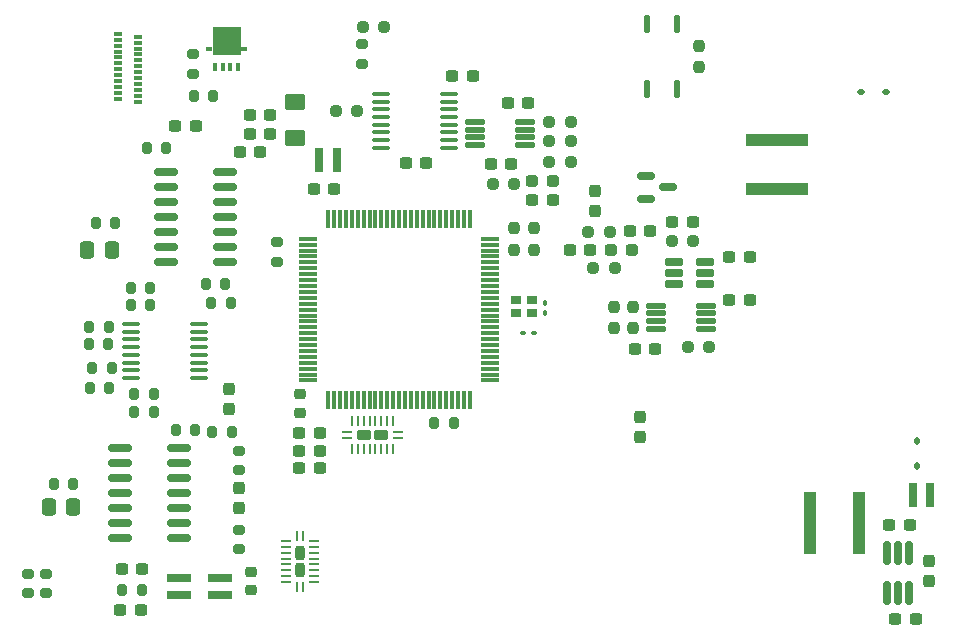
<source format=gbr>
%TF.GenerationSoftware,KiCad,Pcbnew,9.0.0*%
%TF.CreationDate,2025-04-10T22:59:03-04:00*%
%TF.ProjectId,USBLabTool,5553424c-6162-4546-9f6f-6c2e6b696361,2*%
%TF.SameCoordinates,Original*%
%TF.FileFunction,Paste,Top*%
%TF.FilePolarity,Positive*%
%FSLAX46Y46*%
G04 Gerber Fmt 4.6, Leading zero omitted, Abs format (unit mm)*
G04 Created by KiCad (PCBNEW 9.0.0) date 2025-04-10 22:59:03*
%MOMM*%
%LPD*%
G01*
G04 APERTURE LIST*
G04 Aperture macros list*
%AMRoundRect*
0 Rectangle with rounded corners*
0 $1 Rounding radius*
0 $2 $3 $4 $5 $6 $7 $8 $9 X,Y pos of 4 corners*
0 Add a 4 corners polygon primitive as box body*
4,1,4,$2,$3,$4,$5,$6,$7,$8,$9,$2,$3,0*
0 Add four circle primitives for the rounded corners*
1,1,$1+$1,$2,$3*
1,1,$1+$1,$4,$5*
1,1,$1+$1,$6,$7*
1,1,$1+$1,$8,$9*
0 Add four rect primitives between the rounded corners*
20,1,$1+$1,$2,$3,$4,$5,0*
20,1,$1+$1,$4,$5,$6,$7,0*
20,1,$1+$1,$6,$7,$8,$9,0*
20,1,$1+$1,$8,$9,$2,$3,0*%
G04 Aperture macros list end*
%ADD10RoundRect,0.200000X-0.200000X-0.275000X0.200000X-0.275000X0.200000X0.275000X-0.200000X0.275000X0*%
%ADD11RoundRect,0.250000X0.337500X0.475000X-0.337500X0.475000X-0.337500X-0.475000X0.337500X-0.475000X0*%
%ADD12RoundRect,0.237500X-0.250000X-0.237500X0.250000X-0.237500X0.250000X0.237500X-0.250000X0.237500X0*%
%ADD13RoundRect,0.075000X0.725000X0.075000X-0.725000X0.075000X-0.725000X-0.075000X0.725000X-0.075000X0*%
%ADD14RoundRect,0.075000X0.075000X0.725000X-0.075000X0.725000X-0.075000X-0.725000X0.075000X-0.725000X0*%
%ADD15RoundRect,0.237500X0.300000X0.237500X-0.300000X0.237500X-0.300000X-0.237500X0.300000X-0.237500X0*%
%ADD16RoundRect,0.150000X-0.825000X-0.150000X0.825000X-0.150000X0.825000X0.150000X-0.825000X0.150000X0*%
%ADD17RoundRect,0.100000X-0.637500X-0.100000X0.637500X-0.100000X0.637500X0.100000X-0.637500X0.100000X0*%
%ADD18RoundRect,0.237500X-0.237500X0.250000X-0.237500X-0.250000X0.237500X-0.250000X0.237500X0.250000X0*%
%ADD19RoundRect,0.237500X-0.300000X-0.237500X0.300000X-0.237500X0.300000X0.237500X-0.300000X0.237500X0*%
%ADD20R,5.207000X1.066800*%
%ADD21RoundRect,0.137500X-0.137500X0.587500X-0.137500X-0.587500X0.137500X-0.587500X0.137500X0.587500X0*%
%ADD22RoundRect,0.200000X0.200000X0.275000X-0.200000X0.275000X-0.200000X-0.275000X0.200000X-0.275000X0*%
%ADD23RoundRect,0.237500X-0.237500X0.300000X-0.237500X-0.300000X0.237500X-0.300000X0.237500X0.300000X0*%
%ADD24RoundRect,0.237500X0.250000X0.237500X-0.250000X0.237500X-0.250000X-0.237500X0.250000X-0.237500X0*%
%ADD25RoundRect,0.200000X0.275000X-0.200000X0.275000X0.200000X-0.275000X0.200000X-0.275000X-0.200000X0*%
%ADD26RoundRect,0.150000X-0.587500X-0.150000X0.587500X-0.150000X0.587500X0.150000X-0.587500X0.150000X0*%
%ADD27R,0.838200X0.762000*%
%ADD28RoundRect,0.112500X0.187500X0.112500X-0.187500X0.112500X-0.187500X-0.112500X0.187500X-0.112500X0*%
%ADD29RoundRect,0.125000X-0.687500X-0.125000X0.687500X-0.125000X0.687500X0.125000X-0.687500X0.125000X0*%
%ADD30RoundRect,0.202500X0.202500X0.402500X-0.202500X0.402500X-0.202500X-0.402500X0.202500X-0.402500X0*%
%ADD31RoundRect,0.062500X0.062500X0.350000X-0.062500X0.350000X-0.062500X-0.350000X0.062500X-0.350000X0*%
%ADD32RoundRect,0.062500X0.350000X0.062500X-0.350000X0.062500X-0.350000X-0.062500X0.350000X-0.062500X0*%
%ADD33RoundRect,0.090000X-0.139000X-0.090000X0.139000X-0.090000X0.139000X0.090000X-0.139000X0.090000X0*%
%ADD34R,0.698500X2.006600*%
%ADD35RoundRect,0.112500X0.112500X-0.187500X0.112500X0.187500X-0.112500X0.187500X-0.112500X-0.187500X0*%
%ADD36RoundRect,0.237500X-0.287500X-0.237500X0.287500X-0.237500X0.287500X0.237500X-0.287500X0.237500X0*%
%ADD37RoundRect,0.200000X-0.275000X0.200000X-0.275000X-0.200000X0.275000X-0.200000X0.275000X0.200000X0*%
%ADD38RoundRect,0.162500X0.162500X-0.837500X0.162500X0.837500X-0.162500X0.837500X-0.162500X-0.837500X0*%
%ADD39RoundRect,0.090000X0.090000X-0.139000X0.090000X0.139000X-0.090000X0.139000X-0.090000X-0.139000X0*%
%ADD40RoundRect,0.237500X0.237500X-0.300000X0.237500X0.300000X-0.237500X0.300000X-0.237500X-0.300000X0*%
%ADD41RoundRect,0.225000X-0.250000X0.225000X-0.250000X-0.225000X0.250000X-0.225000X0.250000X0.225000X0*%
%ADD42R,1.066800X5.207000*%
%ADD43R,2.006600X0.698500*%
%ADD44RoundRect,0.162500X-0.617500X-0.162500X0.617500X-0.162500X0.617500X0.162500X-0.617500X0.162500X0*%
%ADD45RoundRect,0.202500X0.402500X-0.202500X0.402500X0.202500X-0.402500X0.202500X-0.402500X-0.202500X0*%
%ADD46RoundRect,0.062500X0.350000X-0.062500X0.350000X0.062500X-0.350000X0.062500X-0.350000X-0.062500X0*%
%ADD47RoundRect,0.062500X0.062500X-0.350000X0.062500X0.350000X-0.062500X0.350000X-0.062500X-0.350000X0*%
%ADD48RoundRect,0.125000X0.687500X0.125000X-0.687500X0.125000X-0.687500X-0.125000X0.687500X-0.125000X0*%
%ADD49RoundRect,0.237500X0.237500X-0.250000X0.237500X0.250000X-0.237500X0.250000X-0.237500X-0.250000X0*%
%ADD50RoundRect,0.237500X0.287500X0.237500X-0.287500X0.237500X-0.287500X-0.237500X0.287500X-0.237500X0*%
%ADD51R,0.400000X0.750000*%
%ADD52R,2.450000X2.400000*%
%ADD53R,0.530000X0.400000*%
%ADD54RoundRect,0.250001X0.624999X-0.462499X0.624999X0.462499X-0.624999X0.462499X-0.624999X-0.462499X0*%
%ADD55R,0.700000X0.300000*%
G04 APERTURE END LIST*
D10*
%TO.C,R45*%
X120181000Y-89434000D03*
X121831000Y-89434000D03*
%TD*%
D11*
%TO.C,C30*%
X118543500Y-86244000D03*
X116468500Y-86244000D03*
%TD*%
D12*
%TO.C,R31*%
X165963501Y-85444000D03*
X167788501Y-85444000D03*
%TD*%
D13*
%TO.C,U12*%
X150556000Y-97294000D03*
X150556000Y-96794000D03*
X150556000Y-96294000D03*
X150556000Y-95794000D03*
X150556000Y-95294000D03*
X150556000Y-94794000D03*
X150556000Y-94294000D03*
X150556000Y-93794000D03*
X150556000Y-93294000D03*
X150556000Y-92794000D03*
X150556000Y-92294000D03*
X150556000Y-91794000D03*
X150556000Y-91294000D03*
X150556000Y-90794000D03*
X150556000Y-90294000D03*
X150556000Y-89794000D03*
X150556000Y-89294000D03*
X150556000Y-88794000D03*
X150556000Y-88294000D03*
X150556000Y-87794000D03*
X150556000Y-87294000D03*
X150556000Y-86794000D03*
X150556000Y-86294000D03*
X150556000Y-85794000D03*
X150556000Y-85294000D03*
D14*
X148881000Y-83619000D03*
X148381000Y-83619000D03*
X147881000Y-83619000D03*
X147381000Y-83619000D03*
X146881000Y-83619000D03*
X146381000Y-83619000D03*
X145881000Y-83619000D03*
X145381000Y-83619000D03*
X144881000Y-83619000D03*
X144381000Y-83619000D03*
X143881000Y-83619000D03*
X143381000Y-83619000D03*
X142881000Y-83619000D03*
X142381000Y-83619000D03*
X141881000Y-83619000D03*
X141381000Y-83619000D03*
X140881000Y-83619000D03*
X140381000Y-83619000D03*
X139881000Y-83619000D03*
X139381000Y-83619000D03*
X138881000Y-83619000D03*
X138381000Y-83619000D03*
X137881000Y-83619000D03*
X137381000Y-83619000D03*
X136881000Y-83619000D03*
D13*
X135206000Y-85294000D03*
X135206000Y-85794000D03*
X135206000Y-86294000D03*
X135206000Y-86794000D03*
X135206000Y-87294000D03*
X135206000Y-87794000D03*
X135206000Y-88294000D03*
X135206000Y-88794000D03*
X135206000Y-89294000D03*
X135206000Y-89794000D03*
X135206000Y-90294000D03*
X135206000Y-90794000D03*
X135206000Y-91294000D03*
X135206000Y-91794000D03*
X135206000Y-92294000D03*
X135206000Y-92794000D03*
X135206000Y-93294000D03*
X135206000Y-93794000D03*
X135206000Y-94294000D03*
X135206000Y-94794000D03*
X135206000Y-95294000D03*
X135206000Y-95794000D03*
X135206000Y-96294000D03*
X135206000Y-96794000D03*
X135206000Y-97294000D03*
D14*
X136881000Y-98969000D03*
X137381000Y-98969000D03*
X137881000Y-98969000D03*
X138381000Y-98969000D03*
X138881000Y-98969000D03*
X139381000Y-98969000D03*
X139881000Y-98969000D03*
X140381000Y-98969000D03*
X140881000Y-98969000D03*
X141381000Y-98969000D03*
X141881000Y-98969000D03*
X142381000Y-98969000D03*
X142881000Y-98969000D03*
X143381000Y-98969000D03*
X143881000Y-98969000D03*
X144381000Y-98969000D03*
X144881000Y-98969000D03*
X145381000Y-98969000D03*
X145881000Y-98969000D03*
X146381000Y-98969000D03*
X146881000Y-98969000D03*
X147381000Y-98969000D03*
X147881000Y-98969000D03*
X148381000Y-98969000D03*
X148881000Y-98969000D03*
%TD*%
D15*
%TO.C,C18*%
X153788500Y-73786500D03*
X152063500Y-73786500D03*
%TD*%
D16*
%TO.C,U9*%
X119275000Y-102975000D03*
X119275000Y-104245000D03*
X119275000Y-105515000D03*
X119275000Y-106785000D03*
X119275000Y-108055000D03*
X119275000Y-109325000D03*
X119275000Y-110595000D03*
X124225000Y-110595000D03*
X124225000Y-109325000D03*
X124225000Y-108055000D03*
X124225000Y-106785000D03*
X124225000Y-105515000D03*
X124225000Y-104245000D03*
X124225000Y-102975000D03*
%TD*%
D17*
%TO.C,U5*%
X141381000Y-73044000D03*
X141381000Y-73694000D03*
X141381000Y-74344000D03*
X141381000Y-74994000D03*
X141381000Y-75644000D03*
X141381000Y-76294000D03*
X141381000Y-76944000D03*
X141381000Y-77594000D03*
X147106000Y-77594000D03*
X147106000Y-76944000D03*
X147106000Y-76294000D03*
X147106000Y-75644000D03*
X147106000Y-74994000D03*
X147106000Y-74344000D03*
X147106000Y-73694000D03*
X147106000Y-73044000D03*
%TD*%
D10*
%TO.C,R48*%
X127081000Y-101644000D03*
X128731000Y-101644000D03*
%TD*%
D12*
%TO.C,R27*%
X155593500Y-77044000D03*
X157418500Y-77044000D03*
%TD*%
D10*
%TO.C,R47*%
X123981000Y-101454000D03*
X125631000Y-101454000D03*
%TD*%
D15*
%TO.C,C15*%
X164568500Y-94644000D03*
X162843500Y-94644000D03*
%TD*%
D18*
%TO.C,R28*%
X162706000Y-91044000D03*
X162706000Y-92869000D03*
%TD*%
D19*
%TO.C,C66*%
X184887500Y-117500000D03*
X186612500Y-117500000D03*
%TD*%
D20*
%TO.C,GD2*%
X174906000Y-76973900D03*
X174906000Y-81114100D03*
%TD*%
D21*
%TO.C,U2*%
X166376000Y-67094000D03*
X163836000Y-67094000D03*
X163836000Y-72594000D03*
X166376000Y-72594000D03*
%TD*%
D22*
%TO.C,R53*%
X147506000Y-100869000D03*
X145856000Y-100869000D03*
%TD*%
%TO.C,R62*%
X121075000Y-115000000D03*
X119425000Y-115000000D03*
%TD*%
D17*
%TO.C,U11*%
X120208500Y-92521500D03*
X120208500Y-93171500D03*
X120208500Y-93821500D03*
X120208500Y-94471500D03*
X120208500Y-95121500D03*
X120208500Y-95771500D03*
X120208500Y-96421500D03*
X120208500Y-97071500D03*
X125933500Y-97071500D03*
X125933500Y-96421500D03*
X125933500Y-95771500D03*
X125933500Y-95121500D03*
X125933500Y-94471500D03*
X125933500Y-93821500D03*
X125933500Y-93171500D03*
X125933500Y-92521500D03*
%TD*%
D23*
%TO.C,C48*%
X129306000Y-106381500D03*
X129306000Y-108106500D03*
%TD*%
D24*
%TO.C,R29*%
X157438500Y-78786500D03*
X155613500Y-78786500D03*
%TD*%
D19*
%TO.C,C41*%
X119387500Y-113250000D03*
X121112500Y-113250000D03*
%TD*%
D25*
%TO.C,R51*%
X129306000Y-104894000D03*
X129306000Y-103244000D03*
%TD*%
D18*
%TO.C,R54*%
X154306000Y-84419000D03*
X154306000Y-86244000D03*
%TD*%
D10*
%TO.C,R46*%
X120181000Y-90934000D03*
X121831000Y-90934000D03*
%TD*%
D18*
%TO.C,R25*%
X161106000Y-91044000D03*
X161106000Y-92869000D03*
%TD*%
D26*
%TO.C,D3*%
X163750000Y-80000000D03*
X163750000Y-81900000D03*
X165625000Y-80950000D03*
%TD*%
D12*
%TO.C,R24*%
X150793500Y-80644000D03*
X152618500Y-80644000D03*
%TD*%
D10*
%TO.C,R33*%
X113656000Y-106069000D03*
X115306000Y-106069000D03*
%TD*%
D27*
%TO.C,Y2*%
X152750000Y-91550000D03*
X154100000Y-91550000D03*
X154100000Y-90500000D03*
X152750000Y-90500000D03*
%TD*%
D19*
%TO.C,C60*%
X135643500Y-81044000D03*
X137368500Y-81044000D03*
%TD*%
D12*
%TO.C,R12*%
X137500000Y-74500000D03*
X139325000Y-74500000D03*
%TD*%
D10*
%TO.C,R42*%
X116600000Y-94244000D03*
X118250000Y-94244000D03*
%TD*%
D28*
%TO.C,D2*%
X184075000Y-72900000D03*
X181975000Y-72900000D03*
%TD*%
D29*
%TO.C,U6*%
X149351000Y-75411500D03*
X149351000Y-76061500D03*
X149351000Y-76711500D03*
X149351000Y-77361500D03*
X153576000Y-77361500D03*
X153576000Y-76711500D03*
X153576000Y-76061500D03*
X153576000Y-75411500D03*
%TD*%
D30*
%TO.C,U18*%
X134493500Y-113369000D03*
X134493500Y-111869000D03*
D31*
X134743500Y-114806500D03*
D32*
X135681000Y-114369000D03*
X135681000Y-113869000D03*
X135681000Y-113369000D03*
X135681000Y-112869000D03*
X135681000Y-112369000D03*
X135681000Y-111869000D03*
X135681000Y-111369000D03*
X135681000Y-110869000D03*
D31*
X134743500Y-110431500D03*
X134243500Y-110431500D03*
D32*
X133306000Y-110869000D03*
X133306000Y-111369000D03*
X133306000Y-111869000D03*
X133306000Y-112369000D03*
X133306000Y-112869000D03*
X133306000Y-113369000D03*
X133306000Y-113869000D03*
X133306000Y-114369000D03*
D31*
X134243500Y-114806500D03*
%TD*%
D15*
%TO.C,C23*%
X164168500Y-84644000D03*
X162443500Y-84644000D03*
%TD*%
D33*
%TO.C,C33*%
X153410000Y-93250000D03*
X154275000Y-93250000D03*
%TD*%
D34*
%TO.C,L5*%
X136144750Y-78650000D03*
X137605250Y-78650000D03*
%TD*%
D35*
%TO.C,D1*%
X186725000Y-104550000D03*
X186725000Y-102450000D03*
%TD*%
D22*
%TO.C,R49*%
X128156000Y-89109000D03*
X126506000Y-89109000D03*
%TD*%
D19*
%TO.C,C46*%
X119275000Y-116750000D03*
X121000000Y-116750000D03*
%TD*%
D22*
%TO.C,R43*%
X122131000Y-98454000D03*
X120481000Y-98454000D03*
%TD*%
D15*
%TO.C,C43*%
X136168500Y-103244000D03*
X134443500Y-103244000D03*
%TD*%
D11*
%TO.C,C29*%
X115287500Y-108000000D03*
X113212500Y-108000000D03*
%TD*%
D36*
%TO.C,L2*%
X154156000Y-80444000D03*
X155906000Y-80444000D03*
%TD*%
D15*
%TO.C,C20*%
X155893500Y-82044000D03*
X154168500Y-82044000D03*
%TD*%
D19*
%TO.C,C16*%
X150637500Y-78986500D03*
X152362500Y-78986500D03*
%TD*%
D37*
%TO.C,R58*%
X111500000Y-113675000D03*
X111500000Y-115325000D03*
%TD*%
D38*
%TO.C,U16*%
X184156000Y-115304000D03*
X185106000Y-115304000D03*
X186056000Y-115304000D03*
X186056000Y-111884000D03*
X185106000Y-111884000D03*
X184156000Y-111884000D03*
%TD*%
D19*
%TO.C,C70*%
X123943500Y-75744000D03*
X125668500Y-75744000D03*
%TD*%
%TO.C,C59*%
X130243500Y-74844000D03*
X131968500Y-74844000D03*
%TD*%
D39*
%TO.C,C34*%
X155250000Y-91615000D03*
X155250000Y-90750000D03*
%TD*%
D25*
%TO.C,R66*%
X125406000Y-71318996D03*
X125406000Y-69668996D03*
%TD*%
D19*
%TO.C,C61*%
X184387500Y-109500000D03*
X186112500Y-109500000D03*
%TD*%
D40*
%TO.C,C27*%
X159500000Y-82975000D03*
X159500000Y-81250000D03*
%TD*%
D41*
%TO.C,C78*%
X134506000Y-98469000D03*
X134506000Y-100019000D03*
%TD*%
D15*
%TO.C,C25*%
X167738501Y-83844000D03*
X166013501Y-83844000D03*
%TD*%
D22*
%TO.C,R41*%
X118306000Y-92744000D03*
X116656000Y-92744000D03*
%TD*%
D37*
%TO.C,R52*%
X132506000Y-85594000D03*
X132506000Y-87244000D03*
%TD*%
D19*
%TO.C,C13*%
X170843500Y-90444000D03*
X172568500Y-90444000D03*
%TD*%
D12*
%TO.C,R22*%
X158893500Y-84744000D03*
X160718500Y-84744000D03*
%TD*%
D42*
%TO.C,GD1*%
X181849850Y-109375250D03*
X177709650Y-109375250D03*
%TD*%
D19*
%TO.C,C17*%
X147387500Y-71500000D03*
X149112500Y-71500000D03*
%TD*%
D43*
%TO.C,L4*%
X127750000Y-114000000D03*
X127750000Y-115460500D03*
%TD*%
D44*
%TO.C,U7*%
X166126001Y-87244000D03*
X166126001Y-88194000D03*
X166126001Y-89144000D03*
X168826001Y-89144000D03*
X168826001Y-88194000D03*
X168826001Y-87244000D03*
%TD*%
D22*
%TO.C,R39*%
X118325000Y-97954000D03*
X116675000Y-97954000D03*
%TD*%
D15*
%TO.C,C12*%
X145168500Y-78844000D03*
X143443500Y-78844000D03*
%TD*%
D10*
%TO.C,R44*%
X120481000Y-99954000D03*
X122131000Y-99954000D03*
%TD*%
D22*
%TO.C,R40*%
X118575000Y-96250000D03*
X116925000Y-96250000D03*
%TD*%
D12*
%TO.C,R26*%
X159306000Y-87744000D03*
X161131000Y-87744000D03*
%TD*%
D15*
%TO.C,C21*%
X172568500Y-86844000D03*
X170843500Y-86844000D03*
%TD*%
%TO.C,C49*%
X136168500Y-104744000D03*
X134443500Y-104744000D03*
%TD*%
D24*
%TO.C,R84*%
X141637500Y-67325000D03*
X139812500Y-67325000D03*
%TD*%
D37*
%TO.C,R63*%
X113000000Y-113675000D03*
X113000000Y-115325000D03*
%TD*%
D45*
%TO.C,U20*%
X139881000Y-101931500D03*
X141381000Y-101931500D03*
D46*
X138443500Y-102181500D03*
D47*
X138881000Y-103119000D03*
X139381000Y-103119000D03*
X139881000Y-103119000D03*
X140381000Y-103119000D03*
X140881000Y-103119000D03*
X141381000Y-103119000D03*
X141881000Y-103119000D03*
X142381000Y-103119000D03*
D46*
X142818500Y-102181500D03*
X142818500Y-101681500D03*
D47*
X142381000Y-100744000D03*
X141881000Y-100744000D03*
X141381000Y-100744000D03*
X140881000Y-100744000D03*
X140381000Y-100744000D03*
X139881000Y-100744000D03*
X139381000Y-100744000D03*
X138881000Y-100744000D03*
D46*
X138443500Y-101681500D03*
%TD*%
D48*
%TO.C,U4*%
X168831000Y-92919000D03*
X168831000Y-92269000D03*
X168831000Y-91619000D03*
X168831000Y-90969000D03*
X164606000Y-90969000D03*
X164606000Y-91619000D03*
X164606000Y-92269000D03*
X164606000Y-92919000D03*
%TD*%
D40*
%TO.C,C39*%
X128506000Y-99706500D03*
X128506000Y-97981500D03*
%TD*%
D49*
%TO.C,R55*%
X152606000Y-86244000D03*
X152606000Y-84419000D03*
%TD*%
D50*
%TO.C,L1*%
X162593500Y-86244000D03*
X160843500Y-86244000D03*
%TD*%
D18*
%TO.C,R10*%
X168306000Y-68931500D03*
X168306000Y-70756500D03*
%TD*%
D37*
%TO.C,R64*%
X139706000Y-68844000D03*
X139706000Y-70494000D03*
%TD*%
D51*
%TO.C,Q1*%
X127300000Y-70750000D03*
X127950000Y-70750000D03*
X128600000Y-70750000D03*
X129250000Y-70750000D03*
D52*
X128275000Y-68525000D03*
D53*
X126785000Y-69225000D03*
X129765000Y-69225000D03*
%TD*%
D15*
%TO.C,C19*%
X159081000Y-86244000D03*
X157356000Y-86244000D03*
%TD*%
%TO.C,C55*%
X131106000Y-77944000D03*
X129381000Y-77944000D03*
%TD*%
D24*
%TO.C,R21*%
X169131000Y-94444000D03*
X167306000Y-94444000D03*
%TD*%
D10*
%TO.C,R34*%
X117181000Y-83934000D03*
X118831000Y-83934000D03*
%TD*%
D41*
%TO.C,C76*%
X130306000Y-113469000D03*
X130306000Y-115019000D03*
%TD*%
D43*
%TO.C,L3*%
X124250000Y-115460500D03*
X124250000Y-114000000D03*
%TD*%
D54*
%TO.C,D8*%
X134106000Y-76731500D03*
X134106000Y-73756500D03*
%TD*%
D34*
%TO.C,L6*%
X187875000Y-106950000D03*
X186414500Y-106950000D03*
%TD*%
D10*
%TO.C,R50*%
X126981000Y-90744000D03*
X128631000Y-90744000D03*
%TD*%
D16*
%TO.C,U10*%
X123181000Y-79624000D03*
X123181000Y-80894000D03*
X123181000Y-82164000D03*
X123181000Y-83434000D03*
X123181000Y-84704000D03*
X123181000Y-85974000D03*
X123181000Y-87244000D03*
X128131000Y-87244000D03*
X128131000Y-85974000D03*
X128131000Y-84704000D03*
X128131000Y-83434000D03*
X128131000Y-82164000D03*
X128131000Y-80894000D03*
X128131000Y-79624000D03*
%TD*%
D40*
%TO.C,C3*%
X163306000Y-102106500D03*
X163306000Y-100381500D03*
%TD*%
D10*
%TO.C,R38*%
X121506000Y-77609000D03*
X123156000Y-77609000D03*
%TD*%
D25*
%TO.C,R36*%
X129306000Y-111569000D03*
X129306000Y-109919000D03*
%TD*%
D40*
%TO.C,C62*%
X187756000Y-114306500D03*
X187756000Y-112581500D03*
%TD*%
D55*
%TO.C,J20*%
X120760000Y-68190000D03*
X120760000Y-68690000D03*
X120760000Y-69190000D03*
X120760000Y-69690000D03*
X120760000Y-70190000D03*
X120760000Y-70690000D03*
X120760000Y-71190000D03*
X120760000Y-71690000D03*
X120760000Y-72190000D03*
X120760000Y-72690000D03*
X120760000Y-73190000D03*
X120760000Y-73690000D03*
X119060000Y-73440000D03*
X119060000Y-72940000D03*
X119060000Y-72440000D03*
X119060000Y-71940000D03*
X119060000Y-71440000D03*
X119060000Y-70940000D03*
X119060000Y-70440000D03*
X119060000Y-69940000D03*
X119060000Y-69440000D03*
X119060000Y-68940000D03*
X119060000Y-68440000D03*
X119060000Y-67940000D03*
%TD*%
D15*
%TO.C,C44*%
X136168500Y-101744000D03*
X134443500Y-101744000D03*
%TD*%
D22*
%TO.C,R67*%
X127131000Y-73244000D03*
X125481000Y-73244000D03*
%TD*%
D15*
%TO.C,C56*%
X131968500Y-76444000D03*
X130243500Y-76444000D03*
%TD*%
D24*
%TO.C,R30*%
X157418500Y-75386500D03*
X155593500Y-75386500D03*
%TD*%
M02*

</source>
